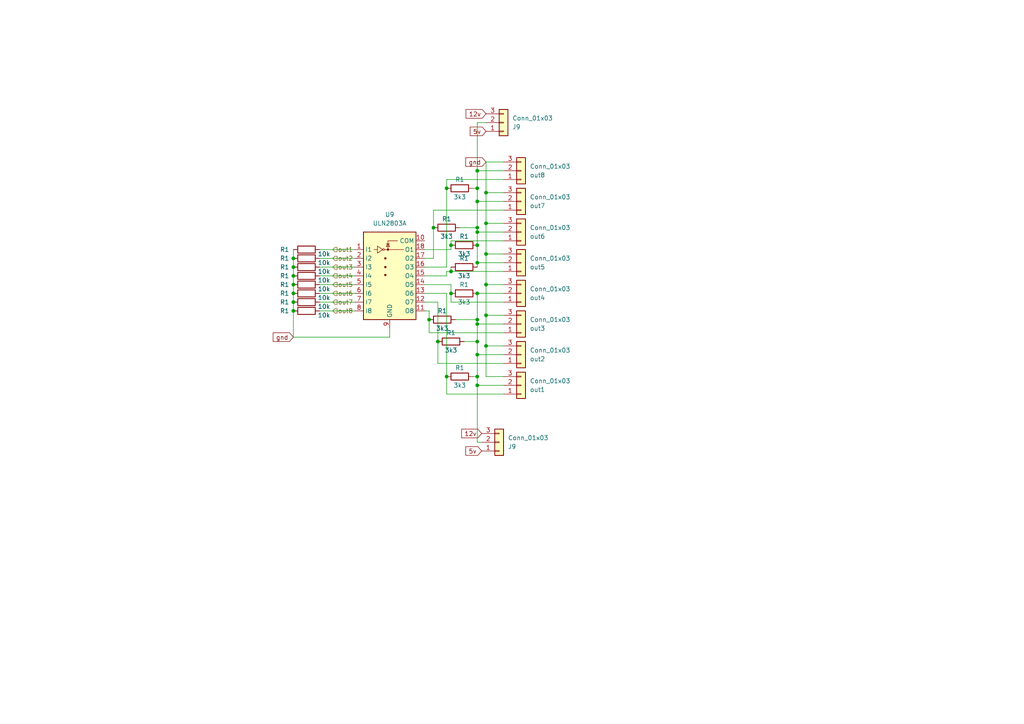
<source format=kicad_sch>
(kicad_sch (version 20230121) (generator eeschema)
  (paper "A4")
  (lib_symbols
    (symbol "Connector_Generic:Conn_01x03" (pin_names (offset 1.016) hide)
      (property "Reference" "J" (at 0 5.08 0))
      (property "Value" "Conn_01x03" (at 0 -5.08 0))
      (symbol "Conn_01x03_1_1"
        (rectangle (start -1.27 -2.413) (end 0 -2.667) (stroke (width 0.1524)))
        (rectangle (start -1.27 0.127) (end 0 -0.127) (stroke (width 0.1524)))
        (rectangle (start -1.27 2.667) (end 0 2.413) (stroke (width 0.1524)))
        (rectangle (start -1.27 3.81) (end 1.27 -3.81) (stroke (width 0.254)) (fill (type background)))
        (pin passive line (at -5.08 2.54 0) (length 3.81) (name "Pin_1") (number "1"))
        (pin passive line (at -5.08 0 0) (length 3.81) (name "Pin_2") (number "2"))
        (pin passive line (at -5.08 -2.54 0) (length 3.81) (name "Pin_3") (number "3"))
      )
    )
    (symbol "Device:R" (pin_numbers hide) (pin_names (offset 0))
      (property "Reference" "R" (at 2.032 0 90))
      (property "Value" "R" (at 0 0 90))
      (symbol "R_0_1"
        (rectangle (start -1.016 -2.54) (end 1.016 2.54) (stroke (width 0.254)))
      )
      (symbol "R_1_1"
        (pin passive line (at 0 3.81 270) (length 1.27) (name "~") (number "1"))
        (pin passive line (at 0 -3.81 90) (length 1.27) (name "~") (number "2"))
      )
    )
    (symbol "Transistor_Array:ULN2803A"
      (property "Reference" "U" (at 0 13.335 0))
      (property "Value" "ULN2803A" (at 0 11.43 0))
      (symbol "ULN2803A_0_1"
        (rectangle (start -7.62 -15.24) (end 7.62 10.16) (stroke (width 0.254)) (fill (type background)))
        (circle (center -1.778 5.08) (radius 0.254))
        (circle (center -1.27 -2.286) (radius 0.254) (fill (type outline)))
        (circle (center -1.27 0) (radius 0.254) (fill (type outline)))
        (circle (center -1.27 2.54) (radius 0.254) (fill (type outline)))
        (circle (center -0.508 5.08) (radius 0.254) (fill (type outline)))
        (polyline (pts (xy -4.572 5.08) (xy -3.556 5.08)))
        (polyline (pts (xy -1.524 5.08) (xy 4.064 5.08)))
        (polyline (pts (xy 0 6.731) (xy -1.016 6.731)))
        (polyline (pts (xy -0.508 5.08) (xy -0.508 7.62) (xy 2.286 7.62)))
        (polyline (pts (xy -3.556 6.096) (xy -3.556 4.064) (xy -2.032 5.08) (xy -3.556 6.096)))
        (polyline (pts (xy 0 5.969) (xy -1.016 5.969) (xy -0.508 6.731) (xy 0 5.969)))
      )
      (symbol "ULN2803A_1_1"
        (pin input line (at -10.16 5.08 0) (length 2.54) (name "I1") (number "1"))
        (pin passive line (at 10.16 7.62 180) (length 2.54) (name "COM") (number "10"))
        (pin open_collector line (at 10.16 -12.7 180) (length 2.54) (name "O8") (number "11"))
        (pin open_collector line (at 10.16 -10.16 180) (length 2.54) (name "O7") (number "12"))
        (pin open_collector line (at 10.16 -7.62 180) (length 2.54) (name "O6") (number "13"))
        (pin open_collector line (at 10.16 -5.08 180) (length 2.54) (name "O5") (number "14"))
        (pin open_collector line (at 10.16 -2.54 180) (length 2.54) (name "O4") (number "15"))
        (pin open_collector line (at 10.16 0 180) (length 2.54) (name "O3") (number "16"))
        (pin open_collector line (at 10.16 2.54 180) (length 2.54) (name "O2") (number "17"))
        (pin open_collector line (at 10.16 5.08 180) (length 2.54) (name "O1") (number "18"))
        (pin input line (at -10.16 2.54 0) (length 2.54) (name "I2") (number "2"))
        (pin input line (at -10.16 0 0) (length 2.54) (name "I3") (number "3"))
        (pin input line (at -10.16 -2.54 0) (length 2.54) (name "I4") (number "4"))
        (pin input line (at -10.16 -5.08 0) (length 2.54) (name "I5") (number "5"))
        (pin input line (at -10.16 -7.62 0) (length 2.54) (name "I6") (number "6"))
        (pin input line (at -10.16 -10.16 0) (length 2.54) (name "I7") (number "7"))
        (pin input line (at -10.16 -12.7 0) (length 2.54) (name "I8") (number "8"))
        (pin power_in line (at 0 -17.78 90) (length 2.54) (name "GND") (number "9"))
      )
    )
  )
  (junction (at 138.43 58.42))
  (junction (at 140.97 73.66))
  (junction (at 138.43 102.87))
  (junction (at 138.43 92.71))
  (junction (at 85.09 74.93))
  (junction (at 138.43 99.06))
  (junction (at 85.09 85.09))
  (junction (at 140.97 82.55))
  (junction (at 138.43 71.12))
  (junction (at 138.43 111.76))
  (junction (at 140.97 64.77))
  (junction (at 138.43 93.98))
  (junction (at 138.43 67.31))
  (junction (at 138.43 76.2))
  (junction (at 138.43 66.04))
  (junction (at 124.46 92.71))
  (junction (at 140.97 91.44))
  (junction (at 130.81 85.09))
  (junction (at 138.43 54.61))
  (junction (at 138.43 85.09))
  (junction (at 85.09 77.47))
  (junction (at 85.09 90.17))
  (junction (at 85.09 87.63))
  (junction (at 125.73 66.04))
  (junction (at 85.09 82.55))
  (junction (at 129.54 109.22))
  (junction (at 140.97 55.88))
  (junction (at 127 99.06))
  (junction (at 138.43 109.22))
  (junction (at 140.97 100.33))
  (junction (at 85.09 80.01))
  (junction (at 138.43 49.53))
  (junction (at 130.81 71.12))
  (junction (at 130.81 78.74))
  (junction (at 129.54 54.61))
  (wire (pts (xy 123.19 87.63) (xy 127 87.63)))
  (wire (pts (xy 138.43 92.71) (xy 138.43 85.09)))
  (wire (pts (xy 85.09 85.09) (xy 85.09 87.63)))
  (wire (pts (xy 125.73 74.93) (xy 123.19 74.93)))
  (wire (pts (xy 130.81 72.39) (xy 130.81 71.12)))
  (wire (pts (xy 138.43 35.56) (xy 140.97 35.56)))
  (wire (pts (xy 85.09 77.47) (xy 85.09 80.01)))
  (wire (pts (xy 92.71 82.55) (xy 102.87 82.55)))
  (wire (pts (xy 138.43 54.61) (xy 138.43 49.53)))
  (wire (pts (xy 138.43 85.09) (xy 146.05 85.09)))
  (wire (pts (xy 140.97 64.77) (xy 140.97 55.88)))
  (wire (pts (xy 85.09 97.79) (xy 113.03 97.79)))
  (wire (pts (xy 140.97 55.88) (xy 146.05 55.88)))
  (wire (pts (xy 138.43 67.31) (xy 138.43 66.04)))
  (wire (pts (xy 134.62 99.06) (xy 138.43 99.06)))
  (wire (pts (xy 137.16 109.22) (xy 138.43 109.22)))
  (wire (pts (xy 138.43 71.12) (xy 138.43 67.31)))
  (wire (pts (xy 85.09 82.55) (xy 85.09 85.09)))
  (wire (pts (xy 92.71 77.47) (xy 102.87 77.47)))
  (wire (pts (xy 138.43 102.87) (xy 146.05 102.87)))
  (wire (pts (xy 140.97 82.55) (xy 140.97 73.66)))
  (wire (pts (xy 138.43 111.76) (xy 146.05 111.76)))
  (wire (pts (xy 138.43 102.87) (xy 138.43 99.06)))
  (wire (pts (xy 129.54 85.09) (xy 123.19 85.09)))
  (wire (pts (xy 146.05 78.74) (xy 130.81 78.74)))
  (wire (pts (xy 140.97 100.33) (xy 140.97 91.44)))
  (wire (pts (xy 140.97 73.66) (xy 146.05 73.66)))
  (wire (pts (xy 129.54 114.3) (xy 129.54 109.22)))
  (wire (pts (xy 125.73 60.96) (xy 146.05 60.96)))
  (wire (pts (xy 138.43 67.31) (xy 146.05 67.31)))
  (wire (pts (xy 129.54 54.61) (xy 129.54 52.07)))
  (wire (pts (xy 130.81 71.12) (xy 130.81 69.85)))
  (wire (pts (xy 85.09 80.01) (xy 85.09 82.55)))
  (wire (pts (xy 146.05 109.22) (xy 140.97 109.22)))
  (wire (pts (xy 138.43 128.27) (xy 138.43 111.76)))
  (wire (pts (xy 138.43 49.53) (xy 146.05 49.53)))
  (wire (pts (xy 127 105.41) (xy 146.05 105.41)))
  (wire (pts (xy 139.7 128.27) (xy 138.43 128.27)))
  (wire (pts (xy 130.81 77.47) (xy 130.81 78.74)))
  (wire (pts (xy 133.35 66.04) (xy 138.43 66.04)))
  (wire (pts (xy 140.97 73.66) (xy 140.97 64.77)))
  (wire (pts (xy 138.43 49.53) (xy 138.43 35.56)))
  (wire (pts (xy 146.05 87.63) (xy 130.81 87.63)))
  (wire (pts (xy 92.71 90.17) (xy 102.87 90.17)))
  (wire (pts (xy 92.71 72.39) (xy 102.87 72.39)))
  (wire (pts (xy 138.43 58.42) (xy 146.05 58.42)))
  (wire (pts (xy 140.97 64.77) (xy 146.05 64.77)))
  (wire (pts (xy 123.19 82.55) (xy 130.81 82.55)))
  (wire (pts (xy 138.43 58.42) (xy 138.43 54.61)))
  (wire (pts (xy 92.71 80.01) (xy 102.87 80.01)))
  (wire (pts (xy 130.81 78.74) (xy 129.54 78.74)))
  (wire (pts (xy 132.08 92.71) (xy 138.43 92.71)))
  (wire (pts (xy 138.43 93.98) (xy 138.43 92.71)))
  (wire (pts (xy 138.43 99.06) (xy 138.43 93.98)))
  (wire (pts (xy 85.09 90.17) (xy 85.09 97.79)))
  (wire (pts (xy 92.71 74.93) (xy 102.87 74.93)))
  (wire (pts (xy 85.09 90.17) (xy 85.09 87.63)))
  (wire (pts (xy 138.43 66.04) (xy 138.43 58.42)))
  (wire (pts (xy 124.46 92.71) (xy 124.46 90.17)))
  (wire (pts (xy 85.09 74.93) (xy 85.09 77.47)))
  (wire (pts (xy 138.43 71.12) (xy 138.43 76.2)))
  (wire (pts (xy 130.81 69.85) (xy 146.05 69.85)))
  (wire (pts (xy 129.54 52.07) (xy 146.05 52.07)))
  (wire (pts (xy 130.81 87.63) (xy 130.81 85.09)))
  (wire (pts (xy 140.97 82.55) (xy 146.05 82.55)))
  (wire (pts (xy 125.73 60.96) (xy 125.73 66.04)))
  (wire (pts (xy 123.19 80.01) (xy 129.54 80.01)))
  (wire (pts (xy 140.97 91.44) (xy 146.05 91.44)))
  (wire (pts (xy 127 99.06) (xy 127 105.41)))
  (wire (pts (xy 85.09 72.39) (xy 85.09 74.93)))
  (wire (pts (xy 113.03 97.79) (xy 113.03 95.25)))
  (wire (pts (xy 140.97 46.99) (xy 146.05 46.99)))
  (wire (pts (xy 130.81 85.09) (xy 130.81 82.55)))
  (wire (pts (xy 123.19 72.39) (xy 130.81 72.39)))
  (wire (pts (xy 123.19 77.47) (xy 129.54 77.47)))
  (wire (pts (xy 129.54 114.3) (xy 146.05 114.3)))
  (wire (pts (xy 125.73 66.04) (xy 125.73 74.93)))
  (wire (pts (xy 124.46 96.52) (xy 124.46 92.71)))
  (wire (pts (xy 127 87.63) (xy 127 99.06)))
  (wire (pts (xy 146.05 96.52) (xy 124.46 96.52)))
  (wire (pts (xy 129.54 54.61) (xy 129.54 77.47)))
  (wire (pts (xy 138.43 76.2) (xy 146.05 76.2)))
  (wire (pts (xy 138.43 93.98) (xy 146.05 93.98)))
  (wire (pts (xy 138.43 109.22) (xy 138.43 102.87)))
  (wire (pts (xy 92.71 85.09) (xy 102.87 85.09)))
  (wire (pts (xy 140.97 100.33) (xy 146.05 100.33)))
  (wire (pts (xy 92.71 87.63) (xy 102.87 87.63)))
  (wire (pts (xy 140.97 109.22) (xy 140.97 100.33)))
  (wire (pts (xy 140.97 55.88) (xy 140.97 46.99)))
  (wire (pts (xy 129.54 78.74) (xy 129.54 80.01)))
  (wire (pts (xy 138.43 111.76) (xy 138.43 109.22)))
  (wire (pts (xy 129.54 85.09) (xy 129.54 109.22)))
  (wire (pts (xy 123.19 90.17) (xy 124.46 90.17)))
  (wire (pts (xy 140.97 91.44) (xy 140.97 82.55)))
  (wire (pts (xy 137.16 54.61) (xy 138.43 54.61)))
  (wire (pts (xy 138.43 76.2) (xy 138.43 77.47)))
  (global_label "gnd" (shape input) (at 85.09 97.79 180) (property "Intersheetrefs" "${INTERSHEET_REFS}" (effects hide)))
  (global_label "gnd" (shape input) (at 140.97 46.99 180) (property "Intersheetrefs" "${INTERSHEET_REFS}" (effects hide)))
  (global_label "12v" (shape input) (at 139.7 125.73 180) (property "Intersheetrefs" "${INTERSHEET_REFS}" (effects hide)))
  (global_label "5v" (shape input) (at 140.97 38.1 180) (property "Intersheetrefs" "${INTERSHEET_REFS}" (effects hide)))
  (global_label "5v" (shape input) (at 139.7 130.81 180) (property "Intersheetrefs" "${INTERSHEET_REFS}" (effects hide)))
  (global_label "12v" (shape input) (at 140.97 33.02 180) (property "Intersheetrefs" "${INTERSHEET_REFS}" (effects hide)))
  (hierarchical_label "out2" (shape input) (at 96.52 74.93 0))
  (hierarchical_label "out5" (shape input) (at 96.52 82.55 0))
  (hierarchical_label "out6" (shape input) (at 96.52 85.09 0))
  (hierarchical_label "out7" (shape input) (at 96.52 87.63 0))
  (hierarchical_label "out1" (shape input) (at 96.52 72.39 0))
  (hierarchical_label "out4" (shape input) (at 96.52 80.01 0))
  (hierarchical_label "out3" (shape input) (at 96.52 77.47 0))
  (hierarchical_label "out8" (shape input) (at 96.52 90.17 0))
  (symbol (lib_id "Device:R") (at 88.9 87.63 90) (unit 1)
    (property "Reference" "R1" (at 82.55 87.63 90))
    (property "Value" "10k" (at 93.98 88.9 90))
    (property "Footprint" "Resistor_SMD:R_1206_3216Metric" (effects hide))
    (instances (project "rio-octobot" (path "" (reference "R1") (unit 1)) (path "" (reference "R2") (unit 1)) (path "" (reference "R3") (unit 1)) (path "" (reference "R4") (unit 1)) (path "" (reference "R5") (unit 1)) (path "" (reference "R6") (unit 1)) (path "" (reference "R7") (unit 1)) (path "" (reference "R8") (unit 1)) (path "" (reference "R15") (unit 1))))
  )
  (symbol (lib_id "Device:R") (at 129.54 66.04 90) (unit 1)
    (property "Reference" "R1" (at 129.54 63.5 90))
    (property "Value" "3k3" (at 129.54 68.58 90))
    (property "Footprint" "Resistor_SMD:R_1206_3216Metric" (effects hide))
    (instances (project "rio-octobot" (path "" (reference "R1") (unit 1)) (path "" (reference "R2") (unit 1)) (path "" (reference "R3") (unit 1)) (path "" (reference "R4") (unit 1)) (path "" (reference "R5") (unit 1)) (path "" (reference "R6") (unit 1)) (path "" (reference "R7") (unit 1)) (path "" (reference "R8") (unit 1)) (path "" (reference "R34") (unit 1))))
  )
  (symbol (lib_id "Device:R") (at 134.62 77.47 90) (unit 1)
    (property "Reference" "R1" (at 134.62 74.93 90))
    (property "Value" "3k3" (at 134.62 80.01 90))
    (property "Footprint" "Resistor_SMD:R_1206_3216Metric" (effects hide))
    (instances (project "rio-octobot" (path "" (reference "R1") (unit 1)) (path "" (reference "R2") (unit 1)) (path "" (reference "R3") (unit 1)) (path "" (reference "R4") (unit 1)) (path "" (reference "R5") (unit 1)) (path "" (reference "R6") (unit 1)) (path "" (reference "R7") (unit 1)) (path "" (reference "R8") (unit 1)) (path "" (reference "R35") (unit 1))))
  )
  (symbol (lib_id "Device:R") (at 88.9 90.17 90) (unit 1)
    (property "Reference" "R1" (at 82.55 90.17 90))
    (property "Value" "10k" (at 93.98 91.44 90))
    (property "Footprint" "Resistor_SMD:R_1206_3216Metric" (effects hide))
    (instances (project "rio-octobot" (path "" (reference "R1") (unit 1)) (path "" (reference "R2") (unit 1)) (path "" (reference "R3") (unit 1)) (path "" (reference "R4") (unit 1)) (path "" (reference "R5") (unit 1)) (path "" (reference "R6") (unit 1)) (path "" (reference "R7") (unit 1)) (path "" (reference "R8") (unit 1)) (path "" (reference "R16") (unit 1))))
  )
  (symbol (lib_id "Device:R") (at 88.9 72.39 90) (unit 1)
    (property "Reference" "R1" (at 82.55 72.39 90))
    (property "Value" "10k" (at 93.98 73.66 90))
    (property "Footprint" "Resistor_SMD:R_1206_3216Metric" (effects hide))
    (instances (project "rio-octobot" (path "" (reference "R1") (unit 1)) (path "" (reference "R2") (unit 1)) (path "" (reference "R3") (unit 1)) (path "" (reference "R4") (unit 1)) (path "" (reference "R5") (unit 1)) (path "" (reference "R6") (unit 1)) (path "" (reference "R7") (unit 1)) (path "" (reference "R8") (unit 1)) (path "" (reference "R9") (unit 1))))
  )
  (symbol (lib_id "Device:R") (at 133.35 54.61 90) (unit 1)
    (property "Reference" "R1" (at 133.35 52.07 90))
    (property "Value" "3k3" (at 133.35 57.15 90))
    (property "Footprint" "Resistor_SMD:R_1206_3216Metric" (effects hide))
    (instances (project "rio-octobot" (path "" (reference "R1") (unit 1)) (path "" (reference "R2") (unit 1)) (path "" (reference "R3") (unit 1)) (path "" (reference "R4") (unit 1)) (path "" (reference "R5") (unit 1)) (path "" (reference "R6") (unit 1)) (path "" (reference "R7") (unit 1)) (path "" (reference "R8") (unit 1)) (path "" (reference "R33") (unit 1))))
  )
  (symbol (lib_id "Transistor_Array:ULN2803A") (at 113.03 77.47 0) (unit 1)
    (property "Reference" "U9" (at 113.03 62.23 0))
    (property "Value" "ULN2803A" (at 113.03 64.77 0))
    (property "Footprint" "Package_SO:SOIC-18W_7.5x11.6mm_P1.27mm" (effects hide))
    (property "Datasheet" "http://www.ti.com/lit/ds/symlink/uln2803a.pdf" (effects hide))
  )
  (symbol (lib_id "Connector_Generic:Conn_01x03") (at 144.78 128.27 0) (mirror x) (unit 1)
    (property "Reference" "J9" (at 147.32 129.54 0) (effects (justify left)))
    (property "Value" "Conn_01x03" (at 147.32 127 0) (effects (justify left)))
    (property "Footprint" "Connector_PinHeader_2.54mm:PinHeader_1x03_P2.54mm_Vertical" (effects hide))
    (instances (project "rio-octobot" (path "" (reference "J9") (unit 1)) (path "" (reference "J11") (unit 1))))
  )
  (symbol (lib_id "Connector_Generic:Conn_01x03") (at 151.13 93.98 0) (mirror x) (unit 1)
    (property "Reference" "out3" (at 153.67 95.25 0) (effects (justify left)))
    (property "Value" "Conn_01x03" (at 153.67 92.71 0) (effects (justify left)))
    (property "Footprint" "Connector_JST:JST_XH_B3B-XH-A_1x03_P2.50mm_Vertical" (effects hide))
  )
  (symbol (lib_id "Device:R") (at 128.27 92.71 90) (unit 1)
    (property "Reference" "R1" (at 128.27 90.17 90))
    (property "Value" "3k3" (at 128.27 95.25 90))
    (property "Footprint" "Resistor_SMD:R_1206_3216Metric" (effects hide))
    (instances (project "rio-octobot" (path "" (reference "R1") (unit 1)) (path "" (reference "R2") (unit 1)) (path "" (reference "R3") (unit 1)) (path "" (reference "R4") (unit 1)) (path "" (reference "R5") (unit 1)) (path "" (reference "R6") (unit 1)) (path "" (reference "R7") (unit 1)) (path "" (reference "R8") (unit 1)) (path "" (reference "R36") (unit 1))))
  )
  (symbol (lib_id "Device:R") (at 130.81 99.06 90) (unit 1)
    (property "Reference" "R1" (at 130.81 96.52 90))
    (property "Value" "3k3" (at 130.81 101.6 90))
    (property "Footprint" "Resistor_SMD:R_1206_3216Metric" (effects hide))
    (instances (project "rio-octobot" (path "" (reference "R1") (unit 1)) (path "" (reference "R2") (unit 1)) (path "" (reference "R3") (unit 1)) (path "" (reference "R4") (unit 1)) (path "" (reference "R5") (unit 1)) (path "" (reference "R6") (unit 1)) (path "" (reference "R7") (unit 1)) (path "" (reference "R8") (unit 1)) (path "" (reference "R37") (unit 1))))
  )
  (symbol (lib_id "Device:R") (at 134.62 85.09 90) (unit 1)
    (property "Reference" "R1" (at 134.62 82.55 90))
    (property "Value" "3k3" (at 134.62 87.63 90))
    (property "Footprint" "Resistor_SMD:R_1206_3216Metric" (effects hide))
    (instances (project "rio-octobot" (path "" (reference "R1") (unit 1)) (path "" (reference "R2") (unit 1)) (path "" (reference "R3") (unit 1)) (path "" (reference "R4") (unit 1)) (path "" (reference "R5") (unit 1)) (path "" (reference "R6") (unit 1)) (path "" (reference "R7") (unit 1)) (path "" (reference "R8") (unit 1)) (path "" (reference "R39") (unit 1))))
  )
  (symbol (lib_id "Connector_Generic:Conn_01x03") (at 151.13 58.42 0) (mirror x) (unit 1)
    (property "Reference" "out7" (at 153.67 59.69 0) (effects (justify left)))
    (property "Value" "Conn_01x03" (at 153.67 57.15 0) (effects (justify left)))
    (property "Footprint" "Connector_JST:JST_XH_B3B-XH-A_1x03_P2.50mm_Vertical" (effects hide))
  )
  (symbol (lib_id "Device:R") (at 88.9 85.09 90) (unit 1)
    (property "Reference" "R1" (at 82.55 85.09 90))
    (property "Value" "10k" (at 93.98 86.36 90))
    (property "Footprint" "Resistor_SMD:R_1206_3216Metric" (effects hide))
    (instances (project "rio-octobot" (path "" (reference "R1") (unit 1)) (path "" (reference "R2") (unit 1)) (path "" (reference "R3") (unit 1)) (path "" (reference "R4") (unit 1)) (path "" (reference "R5") (unit 1)) (path "" (reference "R6") (unit 1)) (path "" (reference "R7") (unit 1)) (path "" (reference "R8") (unit 1)) (path "" (reference "R14") (unit 1))))
  )
  (symbol (lib_id "Connector_Generic:Conn_01x03") (at 151.13 85.09 0) (mirror x) (unit 1)
    (property "Reference" "out4" (at 153.67 86.36 0) (effects (justify left)))
    (property "Value" "Conn_01x03" (at 153.67 83.82 0) (effects (justify left)))
    (property "Footprint" "Connector_JST:JST_XH_B3B-XH-A_1x03_P2.50mm_Vertical" (effects hide))
  )
  (symbol (lib_id "Connector_Generic:Conn_01x03") (at 151.13 67.31 0) (mirror x) (unit 1)
    (property "Reference" "out6" (at 153.67 68.58 0) (effects (justify left)))
    (property "Value" "Conn_01x03" (at 153.67 66.04 0) (effects (justify left)))
    (property "Footprint" "Connector_JST:JST_XH_B3B-XH-A_1x03_P2.50mm_Vertical" (effects hide))
  )
  (symbol (lib_id "Device:R") (at 88.9 74.93 90) (unit 1)
    (property "Reference" "R1" (at 82.55 74.93 90))
    (property "Value" "10k" (at 93.98 76.2 90))
    (property "Footprint" "Resistor_SMD:R_1206_3216Metric" (effects hide))
    (instances (project "rio-octobot" (path "" (reference "R1") (unit 1)) (path "" (reference "R2") (unit 1)) (path "" (reference "R3") (unit 1)) (path "" (reference "R4") (unit 1)) (path "" (reference "R5") (unit 1)) (path "" (reference "R6") (unit 1)) (path "" (reference "R7") (unit 1)) (path "" (reference "R8") (unit 1)) (path "" (reference "R10") (unit 1))))
  )
  (symbol (lib_id "Device:R") (at 88.9 80.01 90) (unit 1)
    (property "Reference" "R1" (at 82.55 80.01 90))
    (property "Value" "10k" (at 93.98 81.28 90))
    (property "Footprint" "Resistor_SMD:R_1206_3216Metric" (effects hide))
    (instances (project "rio-octobot" (path "" (reference "R1") (unit 1)) (path "" (reference "R2") (unit 1)) (path "" (reference "R3") (unit 1)) (path "" (reference "R4") (unit 1)) (path "" (reference "R5") (unit 1)) (path "" (reference "R6") (unit 1)) (path "" (reference "R7") (unit 1)) (path "" (reference "R8") (unit 1)) (path "" (reference "R12") (unit 1))))
  )
  (symbol (lib_id "Device:R") (at 133.35 109.22 90) (unit 1)
    (property "Reference" "R1" (at 133.35 106.68 90))
    (property "Value" "3k3" (at 133.35 111.76 90))
    (property "Footprint" "Resistor_SMD:R_1206_3216Metric" (effects hide))
    (instances (project "rio-octobot" (path "" (reference "R1") (unit 1)) (path "" (reference "R2") (unit 1)) (path "" (reference "R3") (unit 1)) (path "" (reference "R4") (unit 1)) (path "" (reference "R5") (unit 1)) (path "" (reference "R6") (unit 1)) (path "" (reference "R7") (unit 1)) (path "" (reference "R8") (unit 1)) (path "" (reference "R38") (unit 1))))
  )
  (symbol (lib_id "Connector_Generic:Conn_01x03") (at 151.13 111.76 0) (mirror x) (unit 1)
    (property "Reference" "out1" (at 153.67 113.03 0) (effects (justify left)))
    (property "Value" "Conn_01x03" (at 153.67 110.49 0) (effects (justify left)))
    (property "Footprint" "Connector_JST:JST_XH_B3B-XH-A_1x03_P2.50mm_Vertical" (effects hide))
  )
  (symbol (lib_id "Connector_Generic:Conn_01x03") (at 151.13 102.87 0) (mirror x) (unit 1)
    (property "Reference" "out2" (at 153.67 104.14 0) (effects (justify left)))
    (property "Value" "Conn_01x03" (at 153.67 101.6 0) (effects (justify left)))
    (property "Footprint" "Connector_JST:JST_XH_B3B-XH-A_1x03_P2.50mm_Vertical" (effects hide))
  )
  (symbol (lib_id "Connector_Generic:Conn_01x03") (at 151.13 76.2 0) (mirror x) (unit 1)
    (property "Reference" "out5" (at 153.67 77.47 0) (effects (justify left)))
    (property "Value" "Conn_01x03" (at 153.67 74.93 0) (effects (justify left)))
    (property "Footprint" "Connector_JST:JST_XH_B3B-XH-A_1x03_P2.50mm_Vertical" (effects hide))
  )
  (symbol (lib_id "Device:R") (at 88.9 82.55 90) (unit 1)
    (property "Reference" "R1" (at 82.55 82.55 90))
    (property "Value" "10k" (at 93.98 83.82 90))
    (property "Footprint" "Resistor_SMD:R_1206_3216Metric" (effects hide))
    (instances (project "rio-octobot" (path "" (reference "R1") (unit 1)) (path "" (reference "R2") (unit 1)) (path "" (reference "R3") (unit 1)) (path "" (reference "R4") (unit 1)) (path "" (reference "R5") (unit 1)) (path "" (reference "R6") (unit 1)) (path "" (reference "R7") (unit 1)) (path "" (reference "R8") (unit 1)) (path "" (reference "R13") (unit 1))))
  )
  (symbol (lib_id "Connector_Generic:Conn_01x03") (at 151.13 49.53 0) (mirror x) (unit 1)
    (property "Reference" "out8" (at 153.67 50.8 0) (effects (justify left)))
    (property "Value" "Conn_01x03" (at 153.67 48.26 0) (effects (justify left)))
    (property "Footprint" "Connector_JST:JST_XH_B3B-XH-A_1x03_P2.50mm_Vertical" (effects hide))
  )
  (symbol (lib_id "Device:R") (at 88.9 77.47 90) (unit 1)
    (property "Reference" "R1" (at 82.55 77.47 90))
    (property "Value" "10k" (at 93.98 78.74 90))
    (property "Footprint" "Resistor_SMD:R_1206_3216Metric" (effects hide))
    (instances (project "rio-octobot" (path "" (reference "R1") (unit 1)) (path "" (reference "R2") (unit 1)) (path "" (reference "R3") (unit 1)) (path "" (reference "R4") (unit 1)) (path "" (reference "R5") (unit 1)) (path "" (reference "R6") (unit 1)) (path "" (reference "R7") (unit 1)) (path "" (reference "R8") (unit 1)) (path "" (reference "R11") (unit 1))))
  )
  (symbol (lib_id "Connector_Generic:Conn_01x03") (at 146.05 35.56 0) (mirror x) (unit 1)
    (property "Reference" "J9" (at 148.59 36.83 0) (effects (justify left)))
    (property "Value" "Conn_01x03" (at 148.59 34.29 0) (effects (justify left)))
    (property "Footprint" "Connector_PinHeader_2.54mm:PinHeader_1x03_P2.54mm_Vertical" (effects hide))
    (instances (project "rio-octobot" (path "" (reference "J9") (unit 1)) (path "" (reference "J12") (unit 1))))
  )
  (symbol (lib_id "Device:R") (at 134.62 71.12 90) (unit 1)
    (property "Reference" "R1" (at 134.62 68.58 90))
    (property "Value" "3k3" (at 134.62 73.66 90))
    (property "Footprint" "Resistor_SMD:R_1206_3216Metric" (effects hide))
    (instances (project "rio-octobot" (path "" (reference "R1") (unit 1)) (path "" (reference "R2") (unit 1)) (path "" (reference "R3") (unit 1)) (path "" (reference "R4") (unit 1)) (path "" (reference "R5") (unit 1)) (path "" (reference "R6") (unit 1)) (path "" (reference "R7") (unit 1)) (path "" (reference "R8") (unit 1)) (path "" (reference "R40") (unit 1))))
  )
)
</source>
